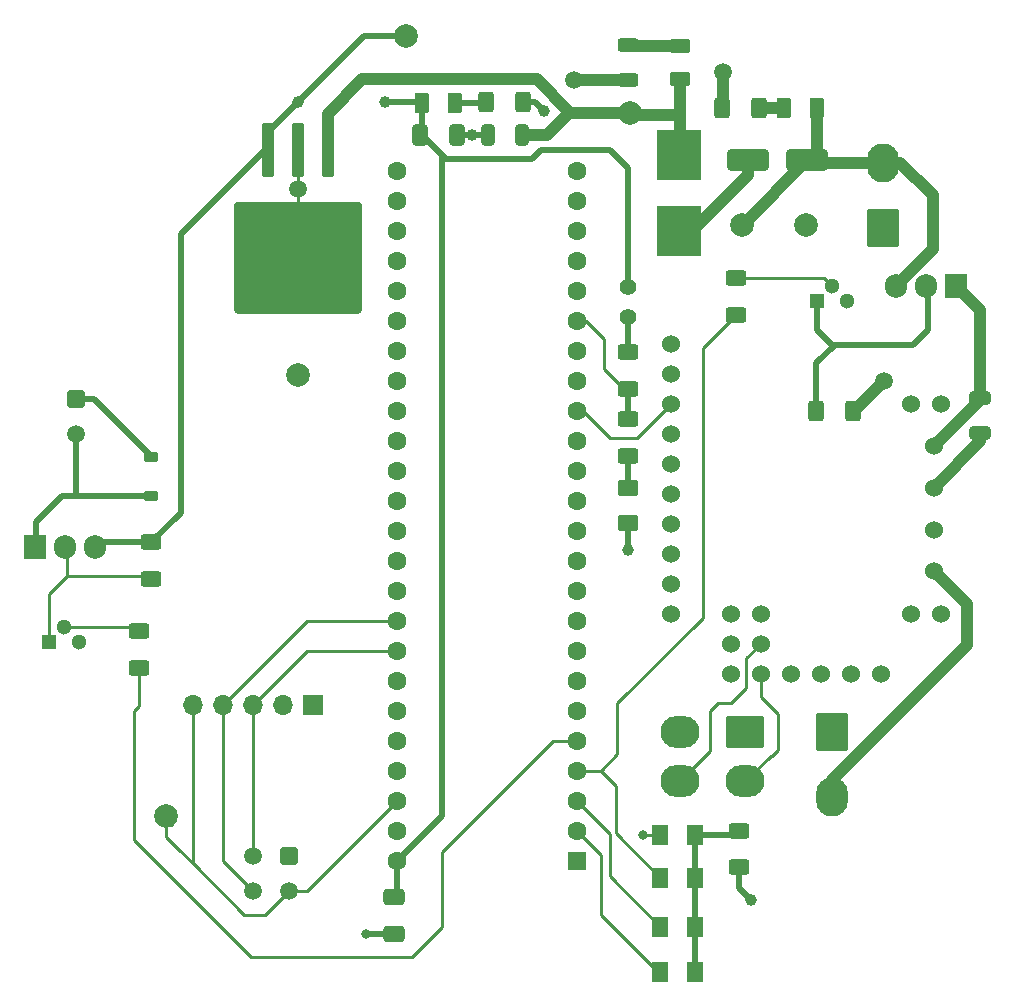
<source format=gbr>
%TF.GenerationSoftware,KiCad,Pcbnew,7.0.6*%
%TF.CreationDate,2024-04-16T16:57:35+10:00*%
%TF.ProjectId,Rocketry_Payload_Main_DDR_Spec_V2,526f636b-6574-4727-995f-5061796c6f61,rev?*%
%TF.SameCoordinates,Original*%
%TF.FileFunction,Copper,L1,Top*%
%TF.FilePolarity,Positive*%
%FSLAX46Y46*%
G04 Gerber Fmt 4.6, Leading zero omitted, Abs format (unit mm)*
G04 Created by KiCad (PCBNEW 7.0.6) date 2024-04-16 16:57:35*
%MOMM*%
%LPD*%
G01*
G04 APERTURE LIST*
G04 Aperture macros list*
%AMRoundRect*
0 Rectangle with rounded corners*
0 $1 Rounding radius*
0 $2 $3 $4 $5 $6 $7 $8 $9 X,Y pos of 4 corners*
0 Add a 4 corners polygon primitive as box body*
4,1,4,$2,$3,$4,$5,$6,$7,$8,$9,$2,$3,0*
0 Add four circle primitives for the rounded corners*
1,1,$1+$1,$2,$3*
1,1,$1+$1,$4,$5*
1,1,$1+$1,$6,$7*
1,1,$1+$1,$8,$9*
0 Add four rect primitives between the rounded corners*
20,1,$1+$1,$2,$3,$4,$5,0*
20,1,$1+$1,$4,$5,$6,$7,0*
20,1,$1+$1,$6,$7,$8,$9,0*
20,1,$1+$1,$8,$9,$2,$3,0*%
G04 Aperture macros list end*
%TA.AperFunction,ComponentPad*%
%ADD10C,2.000000*%
%TD*%
%TA.AperFunction,SMDPad,CuDef*%
%ADD11RoundRect,0.250000X0.625000X-0.400000X0.625000X0.400000X-0.625000X0.400000X-0.625000X-0.400000X0*%
%TD*%
%TA.AperFunction,SMDPad,CuDef*%
%ADD12RoundRect,0.250000X-0.625000X0.400000X-0.625000X-0.400000X0.625000X-0.400000X0.625000X0.400000X0*%
%TD*%
%TA.AperFunction,SMDPad,CuDef*%
%ADD13RoundRect,0.250001X0.462499X0.624999X-0.462499X0.624999X-0.462499X-0.624999X0.462499X-0.624999X0*%
%TD*%
%TA.AperFunction,SMDPad,CuDef*%
%ADD14RoundRect,0.250000X-0.412500X-0.650000X0.412500X-0.650000X0.412500X0.650000X-0.412500X0.650000X0*%
%TD*%
%TA.AperFunction,ComponentPad*%
%ADD15RoundRect,0.250001X-1.399999X1.099999X-1.399999X-1.099999X1.399999X-1.099999X1.399999X1.099999X0*%
%TD*%
%TA.AperFunction,ComponentPad*%
%ADD16O,3.300000X2.700000*%
%TD*%
%TA.AperFunction,ComponentPad*%
%ADD17RoundRect,0.250001X-0.499999X-0.499999X0.499999X-0.499999X0.499999X0.499999X-0.499999X0.499999X0*%
%TD*%
%TA.AperFunction,ComponentPad*%
%ADD18C,1.500000*%
%TD*%
%TA.AperFunction,SMDPad,CuDef*%
%ADD19RoundRect,0.250000X0.400000X0.625000X-0.400000X0.625000X-0.400000X-0.625000X0.400000X-0.625000X0*%
%TD*%
%TA.AperFunction,ComponentPad*%
%ADD20C,1.400000*%
%TD*%
%TA.AperFunction,SMDPad,CuDef*%
%ADD21RoundRect,0.250000X-0.300000X2.050000X-0.300000X-2.050000X0.300000X-2.050000X0.300000X2.050000X0*%
%TD*%
%TA.AperFunction,SMDPad,CuDef*%
%ADD22RoundRect,0.250000X-2.375000X2.025000X-2.375000X-2.025000X2.375000X-2.025000X2.375000X2.025000X0*%
%TD*%
%TA.AperFunction,SMDPad,CuDef*%
%ADD23RoundRect,0.250002X-5.149998X4.449998X-5.149998X-4.449998X5.149998X-4.449998X5.149998X4.449998X0*%
%TD*%
%TA.AperFunction,SMDPad,CuDef*%
%ADD24RoundRect,0.250000X-0.400000X-0.625000X0.400000X-0.625000X0.400000X0.625000X-0.400000X0.625000X0*%
%TD*%
%TA.AperFunction,ComponentPad*%
%ADD25RoundRect,0.250001X-0.499999X0.499999X-0.499999X-0.499999X0.499999X-0.499999X0.499999X0.499999X0*%
%TD*%
%TA.AperFunction,SMDPad,CuDef*%
%ADD26RoundRect,0.250000X0.375000X0.625000X-0.375000X0.625000X-0.375000X-0.625000X0.375000X-0.625000X0*%
%TD*%
%TA.AperFunction,SMDPad,CuDef*%
%ADD27RoundRect,0.250000X-0.625000X0.312500X-0.625000X-0.312500X0.625000X-0.312500X0.625000X0.312500X0*%
%TD*%
%TA.AperFunction,SMDPad,CuDef*%
%ADD28RoundRect,0.250000X-0.650000X0.412500X-0.650000X-0.412500X0.650000X-0.412500X0.650000X0.412500X0*%
%TD*%
%TA.AperFunction,ComponentPad*%
%ADD29R,1.300000X1.300000*%
%TD*%
%TA.AperFunction,ComponentPad*%
%ADD30C,1.300000*%
%TD*%
%TA.AperFunction,ComponentPad*%
%ADD31R,1.600000X1.600000*%
%TD*%
%TA.AperFunction,ComponentPad*%
%ADD32C,1.600000*%
%TD*%
%TA.AperFunction,ComponentPad*%
%ADD33RoundRect,0.250001X1.099999X1.399999X-1.099999X1.399999X-1.099999X-1.399999X1.099999X-1.399999X0*%
%TD*%
%TA.AperFunction,ComponentPad*%
%ADD34O,2.700000X3.300000*%
%TD*%
%TA.AperFunction,SMDPad,CuDef*%
%ADD35RoundRect,0.250001X0.624999X-0.462499X0.624999X0.462499X-0.624999X0.462499X-0.624999X-0.462499X0*%
%TD*%
%TA.AperFunction,SMDPad,CuDef*%
%ADD36RoundRect,0.250000X0.325000X0.650000X-0.325000X0.650000X-0.325000X-0.650000X0.325000X-0.650000X0*%
%TD*%
%TA.AperFunction,ComponentPad*%
%ADD37RoundRect,0.250001X-1.099999X-1.399999X1.099999X-1.399999X1.099999X1.399999X-1.099999X1.399999X0*%
%TD*%
%TA.AperFunction,SMDPad,CuDef*%
%ADD38RoundRect,0.250000X-1.500000X-0.650000X1.500000X-0.650000X1.500000X0.650000X-1.500000X0.650000X0*%
%TD*%
%TA.AperFunction,SMDPad,CuDef*%
%ADD39RoundRect,0.250000X-0.650000X0.325000X-0.650000X-0.325000X0.650000X-0.325000X0.650000X0.325000X0*%
%TD*%
%TA.AperFunction,ComponentPad*%
%ADD40R,1.905000X2.000000*%
%TD*%
%TA.AperFunction,ComponentPad*%
%ADD41O,1.905000X2.000000*%
%TD*%
%TA.AperFunction,SMDPad,CuDef*%
%ADD42RoundRect,0.225000X0.375000X-0.225000X0.375000X0.225000X-0.375000X0.225000X-0.375000X-0.225000X0*%
%TD*%
%TA.AperFunction,ComponentPad*%
%ADD43R,1.700000X1.700000*%
%TD*%
%TA.AperFunction,ComponentPad*%
%ADD44O,1.700000X1.700000*%
%TD*%
%TA.AperFunction,SMDPad,CuDef*%
%ADD45RoundRect,0.250000X-0.625000X0.375000X-0.625000X-0.375000X0.625000X-0.375000X0.625000X0.375000X0*%
%TD*%
%TA.AperFunction,ComponentPad*%
%ADD46C,1.524000*%
%TD*%
%TA.AperFunction,SMDPad,CuDef*%
%ADD47RoundRect,0.250000X-0.375000X-0.625000X0.375000X-0.625000X0.375000X0.625000X-0.375000X0.625000X0*%
%TD*%
%TA.AperFunction,SMDPad,CuDef*%
%ADD48R,3.810000X4.240000*%
%TD*%
%TA.AperFunction,ViaPad*%
%ADD49C,1.000000*%
%TD*%
%TA.AperFunction,ViaPad*%
%ADD50C,1.500000*%
%TD*%
%TA.AperFunction,ViaPad*%
%ADD51C,0.800000*%
%TD*%
%TA.AperFunction,Conductor*%
%ADD52C,0.500000*%
%TD*%
%TA.AperFunction,Conductor*%
%ADD53C,0.250000*%
%TD*%
%TA.AperFunction,Conductor*%
%ADD54C,1.000000*%
%TD*%
%TA.AperFunction,Conductor*%
%ADD55C,0.100000*%
%TD*%
G04 APERTURE END LIST*
D10*
%TO.P,TP3,1,1*%
%TO.N,N/C*%
X172593000Y-69596000D03*
%TD*%
D11*
%TO.P,R10,1*%
%TO.N,/3*%
X116078000Y-107087000D03*
%TO.P,R10,2*%
%TO.N,Net-(Q6-B)*%
X116078000Y-103987000D03*
%TD*%
D12*
%TO.P,R9,1*%
%TO.N,Net-(Q4-B)*%
X166624000Y-74142000D03*
%TO.P,R9,2*%
%TO.N,/2*%
X166624000Y-77242000D03*
%TD*%
D13*
%TO.P,D1,1,K*%
%TO.N,Net-(D1-K)*%
X163195000Y-132842000D03*
%TO.P,D1,2,A*%
%TO.N,/0*%
X160220000Y-132842000D03*
%TD*%
D10*
%TO.P,TP4,1,1*%
%TO.N,12V_RAW*%
X167132000Y-69596000D03*
%TD*%
%TO.P,TP3,1,1*%
%TO.N,GND*%
X129540000Y-82296000D03*
%TD*%
%TO.P,TP2,1,1*%
%TO.N,/3.3V*%
X118364000Y-119634000D03*
%TD*%
D14*
%TO.P,C3,1*%
%TO.N,5V*%
X139915500Y-61976000D03*
%TO.P,C3,2*%
%TO.N,GND*%
X143040500Y-61976000D03*
%TD*%
D15*
%TO.P,J2,1,1*%
%TO.N,Net-(J2-Pad1)*%
X167386000Y-112522000D03*
D16*
%TO.P,J2,2,2*%
%TO.N,Net-(U5-FBA)*%
X167386000Y-116722000D03*
%TO.P,J2,3,3*%
%TO.N,unconnected-(J2-Pad3)*%
X161886000Y-112522000D03*
%TO.P,J2,4,4*%
%TO.N,Net-(U5-AUX)*%
X161886000Y-116722000D03*
%TD*%
D10*
%TO.P,TP6,1,1*%
%TO.N,5V*%
X138684000Y-53594000D03*
%TD*%
D17*
%TO.P,J1,1,Pin_1*%
%TO.N,GND*%
X110744000Y-84328000D03*
D18*
%TO.P,J1,2,Pin_2*%
%TO.N,Valve*%
X110744000Y-87328000D03*
%TD*%
D19*
%TO.P,R1,1*%
%TO.N,Net-(D7-K)*%
X168555000Y-59690000D03*
%TO.P,R1,2*%
%TO.N,GND*%
X165455000Y-59690000D03*
%TD*%
D13*
%TO.P,D2,1,K*%
%TO.N,Net-(D1-K)*%
X163195000Y-129032000D03*
%TO.P,D2,2,A*%
%TO.N,/1*%
X160220000Y-129032000D03*
%TD*%
D20*
%TO.P,SJ2,1,1*%
%TO.N,Net-(R4-Pad1)*%
X157480000Y-77450000D03*
%TO.P,SJ2,2,2*%
%TO.N,5V*%
X157480000Y-74910000D03*
%TD*%
D21*
%TO.P,U7,1,VI*%
%TO.N,12V_PROT*%
X132080000Y-63240000D03*
%TO.P,U7,2,GND*%
%TO.N,GND*%
X129540000Y-63240000D03*
D22*
X132315000Y-69965000D03*
X126765000Y-69965000D03*
D23*
X129540000Y-72390000D03*
D22*
X132315000Y-74815000D03*
X126765000Y-74815000D03*
D21*
%TO.P,U7,3,VO*%
%TO.N,5V*%
X127000000Y-63240000D03*
%TD*%
D24*
%TO.P,R3,1*%
%TO.N,Net-(D10-K)*%
X145490600Y-59182000D03*
%TO.P,R3,2*%
%TO.N,GND*%
X148590600Y-59182000D03*
%TD*%
%TO.P,R8,1*%
%TO.N,Net-(Q1-G)*%
X173430000Y-85344000D03*
%TO.P,R8,2*%
%TO.N,12V_RAW*%
X176530000Y-85344000D03*
%TD*%
D11*
%TO.P,R7,1*%
%TO.N,Net-(Q2-G)*%
X117094000Y-99594000D03*
%TO.P,R7,2*%
%TO.N,5V*%
X117094000Y-96494000D03*
%TD*%
D25*
%TO.P,U4,1,GND*%
%TO.N,GND*%
X128778000Y-123015000D03*
D18*
%TO.P,U4,2,Vin_2-6V*%
%TO.N,/3.3V*%
X128778000Y-126015000D03*
%TO.P,U4,3,SCL*%
%TO.N,/SCK{slash}SCL*%
X125778000Y-123015000D03*
%TO.P,U4,4,SDA*%
%TO.N,/SDI{slash}SDA*%
X125778000Y-126015000D03*
%TD*%
D12*
%TO.P,R5,1*%
%TO.N,/Test_Pin*%
X157480000Y-86080000D03*
%TO.P,R5,2*%
%TO.N,Net-(D6-A)*%
X157480000Y-89180000D03*
%TD*%
D26*
%TO.P,D10,1,K*%
%TO.N,Net-(D10-K)*%
X142827200Y-59283600D03*
%TO.P,D10,2,A*%
%TO.N,5V*%
X140027200Y-59283600D03*
%TD*%
D27*
%TO.P,R2,1*%
%TO.N,Net-(D9-K)*%
X157480000Y-54417500D03*
%TO.P,R2,2*%
%TO.N,GND*%
X157480000Y-57342500D03*
%TD*%
D28*
%TO.P,C1,1*%
%TO.N,5V*%
X137668000Y-126492000D03*
%TO.P,C1,2*%
%TO.N,GND*%
X137668000Y-129617000D03*
%TD*%
D29*
%TO.P,Q4,1,C*%
%TO.N,Net-(Q1-G)*%
X173482000Y-76052000D03*
D30*
%TO.P,Q4,2,B*%
%TO.N,Net-(Q4-B)*%
X174752000Y-74782000D03*
%TO.P,Q4,3,E*%
%TO.N,GND*%
X176022000Y-76052000D03*
%TD*%
D31*
%TO.P,U2,1,GND*%
%TO.N,GND*%
X153162000Y-123444000D03*
D32*
%TO.P,U2,2,0_RX1_CRX2_CS1*%
%TO.N,/0*%
X153162000Y-120904000D03*
%TO.P,U2,3,1_TX1_CTX2_MISO1*%
%TO.N,/1*%
X153162000Y-118364000D03*
%TO.P,U2,4,2_OUT2*%
%TO.N,/2*%
X153162000Y-115824000D03*
%TO.P,U2,5,3_LRCLK2*%
%TO.N,/3*%
X153162000Y-113284000D03*
%TO.P,U2,6,4_BCLK2*%
%TO.N,unconnected-(U2-4_BCLK2-Pad6)*%
X153162000Y-110744000D03*
%TO.P,U2,7,5_IN2*%
%TO.N,unconnected-(U2-5_IN2-Pad7)*%
X153162000Y-108204000D03*
%TO.P,U2,8,6_OUT1D*%
%TO.N,unconnected-(U2-6_OUT1D-Pad8)*%
X153162000Y-105664000D03*
%TO.P,U2,9,7_RX2_OUT1A*%
%TO.N,unconnected-(U2-7_RX2_OUT1A-Pad9)*%
X153162000Y-103124000D03*
%TO.P,U2,10,8_TX2_IN1*%
%TO.N,unconnected-(U2-8_TX2_IN1-Pad10)*%
X153162000Y-100584000D03*
%TO.P,U2,11,9_OUT1C*%
%TO.N,unconnected-(U2-9_OUT1C-Pad11)*%
X153162000Y-98044000D03*
%TO.P,U2,12,10_CS_MQSR*%
%TO.N,unconnected-(U2-10_CS_MQSR-Pad12)*%
X153162000Y-95504000D03*
%TO.P,U2,13,11_MOSI_CTX1*%
%TO.N,unconnected-(U2-11_MOSI_CTX1-Pad13)*%
X153162000Y-92964000D03*
%TO.P,U2,14,12_MISO_MQSL*%
%TO.N,unconnected-(U2-12_MISO_MQSL-Pad14)*%
X153162000Y-90424000D03*
%TO.P,U2,15,3V3*%
%TO.N,unconnected-(U2-3V3-Pad15)*%
X153162000Y-87884000D03*
%TO.P,U2,16,24_A10_TX6_SCL2*%
%TO.N,/SCL2*%
X153162000Y-85344000D03*
%TO.P,U2,17,25_A11_RX6_SDA2*%
%TO.N,/SDA2*%
X153162000Y-82804000D03*
%TO.P,U2,18,26_A12_MOSI1*%
%TO.N,unconnected-(U2-26_A12_MOSI1-Pad18)*%
X153162000Y-80264000D03*
%TO.P,U2,19,27_A13_SCK1*%
%TO.N,/Test_Pin*%
X153162000Y-77724000D03*
%TO.P,U2,20,28_RX7*%
%TO.N,unconnected-(U2-28_RX7-Pad20)*%
X153162000Y-75184000D03*
%TO.P,U2,21,29_TX7*%
%TO.N,unconnected-(U2-29_TX7-Pad21)*%
X153162000Y-72644000D03*
%TO.P,U2,22,30_CRX3*%
%TO.N,unconnected-(U2-30_CRX3-Pad22)*%
X153162000Y-70104000D03*
%TO.P,U2,23,31_CTX3*%
%TO.N,unconnected-(U2-31_CTX3-Pad23)*%
X153162000Y-67564000D03*
%TO.P,U2,24,32_OUT1B*%
%TO.N,unconnected-(U2-32_OUT1B-Pad24)*%
X153162000Y-65024000D03*
%TO.P,U2,25,33_MCLK2*%
%TO.N,unconnected-(U2-33_MCLK2-Pad25)*%
X137922000Y-65024000D03*
%TO.P,U2,26,34_RX8*%
%TO.N,unconnected-(U2-34_RX8-Pad26)*%
X137922000Y-67564000D03*
%TO.P,U2,27,35_TX8*%
%TO.N,unconnected-(U2-35_TX8-Pad27)*%
X137922000Y-70104000D03*
%TO.P,U2,28,36_CS*%
%TO.N,unconnected-(U2-36_CS-Pad28)*%
X137922000Y-72644000D03*
%TO.P,U2,29,37_CS*%
%TO.N,unconnected-(U2-37_CS-Pad29)*%
X137922000Y-75184000D03*
%TO.P,U2,30,38_CS1_IN1*%
%TO.N,unconnected-(U2-38_CS1_IN1-Pad30)*%
X137922000Y-77724000D03*
%TO.P,U2,31,39_MISO1_OUT1A*%
%TO.N,unconnected-(U2-39_MISO1_OUT1A-Pad31)*%
X137922000Y-80264000D03*
%TO.P,U2,32,40_A16*%
%TO.N,unconnected-(U2-40_A16-Pad32)*%
X137922000Y-82804000D03*
%TO.P,U2,33,41_A17*%
%TO.N,unconnected-(U2-41_A17-Pad33)*%
X137922000Y-85344000D03*
%TO.P,U2,34,GND*%
%TO.N,GND*%
X137922000Y-87884000D03*
%TO.P,U2,35,13_SCK_LED*%
%TO.N,unconnected-(U2-13_SCK_LED-Pad35)*%
X137922000Y-90424000D03*
%TO.P,U2,36,14_A0_TX3_SPDIF_OUT*%
%TO.N,unconnected-(U2-14_A0_TX3_SPDIF_OUT-Pad36)*%
X137922000Y-92964000D03*
%TO.P,U2,37,15_A1_RX3_SPDIF_IN*%
%TO.N,unconnected-(U2-15_A1_RX3_SPDIF_IN-Pad37)*%
X137922000Y-95504000D03*
%TO.P,U2,38,16_A2_RX4_SCL1*%
%TO.N,unconnected-(U2-16_A2_RX4_SCL1-Pad38)*%
X137922000Y-98044000D03*
%TO.P,U2,39,17_A3_TX4_SDA1*%
%TO.N,unconnected-(U2-17_A3_TX4_SDA1-Pad39)*%
X137922000Y-100584000D03*
%TO.P,U2,40,18_A4_SDA*%
%TO.N,/SDI{slash}SDA*%
X137922000Y-103124000D03*
%TO.P,U2,41,19_A5_SCL*%
%TO.N,/SCK{slash}SCL*%
X137922000Y-105664000D03*
%TO.P,U2,42,20_A6_TX5_LRCLK1*%
%TO.N,unconnected-(U2-20_A6_TX5_LRCLK1-Pad42)*%
X137922000Y-108204000D03*
%TO.P,U2,43,21_A7_RX5_BCLK1*%
%TO.N,unconnected-(U2-21_A7_RX5_BCLK1-Pad43)*%
X137922000Y-110744000D03*
%TO.P,U2,44,22_A8_CTX1*%
%TO.N,unconnected-(U2-22_A8_CTX1-Pad44)*%
X137922000Y-113284000D03*
%TO.P,U2,45,23_A9_CRX1_MCLK1*%
%TO.N,unconnected-(U2-23_A9_CRX1_MCLK1-Pad45)*%
X137922000Y-115824000D03*
%TO.P,U2,46,3V3*%
%TO.N,/3.3V*%
X137922000Y-118364000D03*
%TO.P,U2,47,GND*%
%TO.N,GND*%
X137922000Y-120904000D03*
%TO.P,U2,48,VIN*%
%TO.N,5V*%
X137922000Y-123444000D03*
%TD*%
D12*
%TO.P,R4,1*%
%TO.N,Net-(R4-Pad1)*%
X157480000Y-80365000D03*
%TO.P,R4,2*%
%TO.N,/Test_Pin*%
X157480000Y-83465000D03*
%TD*%
D33*
%TO.P,COMMISIONING_PWR1,1,Pin_1*%
%TO.N,GND*%
X179070000Y-69850000D03*
D34*
%TO.P,COMMISIONING_PWR1,2,Pin_2*%
%TO.N,12V_RAW*%
X179070000Y-64350000D03*
%TD*%
D35*
%TO.P,D6,1,K*%
%TO.N,GND*%
X157480000Y-94832500D03*
%TO.P,D6,2,A*%
%TO.N,Net-(D6-A)*%
X157480000Y-91857500D03*
%TD*%
D36*
%TO.P,C2,1*%
%TO.N,12V_PROT*%
X148541000Y-61976000D03*
%TO.P,C2,2*%
%TO.N,GND*%
X145591000Y-61976000D03*
%TD*%
D13*
%TO.P,D3,1,K*%
%TO.N,Net-(D1-K)*%
X163195000Y-124880000D03*
%TO.P,D3,2,A*%
%TO.N,/2*%
X160220000Y-124880000D03*
%TD*%
D37*
%TO.P,J3,1,Pin_1*%
%TO.N,Net-(J3-Pin_1)*%
X174752000Y-112522000D03*
D34*
%TO.P,J3,2,Pin_2*%
%TO.N,Net-(J3-Pin_2)*%
X174752000Y-118022000D03*
%TD*%
D38*
%TO.P,D8,1,K*%
%TO.N,Net-(D8-K)*%
X167680000Y-64135000D03*
%TO.P,D8,2,A*%
%TO.N,12V_RAW*%
X172680000Y-64135000D03*
%TD*%
D12*
%TO.P,R6,1*%
%TO.N,Net-(D1-K)*%
X166878000Y-120904000D03*
%TO.P,R6,2*%
%TO.N,GND*%
X166878000Y-124004000D03*
%TD*%
D10*
%TO.P,TP5,1,1*%
%TO.N,12V_PROT*%
X157632400Y-60096400D03*
%TD*%
D13*
%TO.P,D4,1,K*%
%TO.N,Net-(D1-K)*%
X163195000Y-121285000D03*
%TO.P,D4,2,A*%
%TO.N,/3*%
X160220000Y-121285000D03*
%TD*%
D39*
%TO.P,C4,1*%
%TO.N,Motor*%
X187325000Y-84275400D03*
%TO.P,C4,2*%
%TO.N,GND*%
X187325000Y-87225400D03*
%TD*%
D40*
%TO.P,Q1,1,D*%
%TO.N,Motor*%
X185293000Y-74803000D03*
D41*
%TO.P,Q1,2,G*%
%TO.N,Net-(Q1-G)*%
X182753000Y-74803000D03*
%TO.P,Q1,3,S*%
%TO.N,12V_RAW*%
X180213000Y-74803000D03*
%TD*%
D42*
%TO.P,D5,1,K*%
%TO.N,Valve*%
X117094000Y-92582000D03*
%TO.P,D5,2,A*%
%TO.N,GND*%
X117094000Y-89282000D03*
%TD*%
D43*
%TO.P,U6,1,GND*%
%TO.N,GND*%
X130810000Y-110236000D03*
D44*
%TO.P,U6,2,Cross*%
%TO.N,unconnected-(U6-Cross-Pad2)*%
X128270000Y-110236000D03*
%TO.P,U6,3,SCL*%
%TO.N,/SCK{slash}SCL*%
X125730000Y-110236000D03*
%TO.P,U6,4,SDA*%
%TO.N,/SDI{slash}SDA*%
X123190000Y-110236000D03*
%TO.P,U6,5,Vin_2-6V*%
%TO.N,/3.3V*%
X120650000Y-110236000D03*
%TD*%
D29*
%TO.P,Q6,1,C*%
%TO.N,Net-(Q2-G)*%
X108458000Y-104902000D03*
D30*
%TO.P,Q6,2,B*%
%TO.N,Net-(Q6-B)*%
X109728000Y-103632000D03*
%TO.P,Q6,3,E*%
%TO.N,GND*%
X110998000Y-104902000D03*
%TD*%
D45*
%TO.P,D9,1,K*%
%TO.N,Net-(D9-K)*%
X161925000Y-54480000D03*
%TO.P,D9,2,A*%
%TO.N,12V_PROT*%
X161925000Y-57280000D03*
%TD*%
D46*
%TO.P,U5,1,ERR*%
%TO.N,unconnected-(U5-ERR-Pad1)*%
X161116000Y-79656000D03*
%TO.P,U5,2,RST*%
%TO.N,unconnected-(U5-RST-Pad2)*%
X161136000Y-82196000D03*
%TO.P,U5,3,SCL*%
%TO.N,/SCL2*%
X161136000Y-84736000D03*
%TO.P,U5,4,SDA/AN*%
%TO.N,/SDA2*%
X161136000Y-87276000D03*
%TO.P,U5,5,GND*%
%TO.N,GND*%
X161136000Y-89816000D03*
%TO.P,U5,6,TX*%
%TO.N,unconnected-(U5-TX-Pad6)*%
X161136000Y-92356000D03*
%TO.P,U5,7,RX*%
%TO.N,unconnected-(U5-RX-Pad7)*%
X161136000Y-94896000D03*
%TO.P,U5,8,RC*%
%TO.N,unconnected-(U5-RC-Pad8)*%
X161136000Y-97436000D03*
%TO.P,U5,9,5V*%
%TO.N,unconnected-(U5-5V-Pad9)*%
X161136000Y-99976000D03*
%TO.P,U5,10,GND*%
%TO.N,GND*%
X161136000Y-102516000D03*
%TO.P,U5,11,GND*%
%TO.N,Net-(J2-Pad1)*%
X168756000Y-102516000D03*
%TO.P,U5,12,POT*%
%TO.N,unconnected-(U5-POT-Pad12)*%
X166216000Y-107596000D03*
%TO.P,U5,13,GND_DNU*%
%TO.N,unconnected-(U5-GND_DNU-Pad13)*%
X171296000Y-107596000D03*
%TO.P,U5,14,VM_DNU*%
%TO.N,unconnected-(U5-VM_DNU-Pad14)*%
X173836000Y-107596000D03*
%TO.P,U5,15,GND_DNU*%
%TO.N,unconnected-(U5-GND_DNU-Pad15)*%
X176376000Y-107596000D03*
%TO.P,U5,16*%
%TO.N,N/C*%
X178916000Y-107596000D03*
%TO.P,U5,17,5V*%
%TO.N,unconnected-(U5-5V-Pad17)*%
X166216000Y-105056000D03*
%TO.P,U5,18,AUX*%
%TO.N,Net-(U5-AUX)*%
X168756000Y-105056000D03*
%TO.P,U5,19,FBT*%
%TO.N,unconnected-(U5-FBT-Pad19)*%
X166216000Y-102516000D03*
%TO.P,U5,20,FBA*%
%TO.N,Net-(U5-FBA)*%
X168756000Y-107596000D03*
%TO.P,U5,21*%
%TO.N,N/C*%
X183996000Y-102516000D03*
%TO.P,U5,22*%
X181456000Y-102516000D03*
%TO.P,U5,23*%
X183996000Y-84736000D03*
%TO.P,U5,24*%
X181456000Y-84736000D03*
%TO.P,U5,25,VIN*%
%TO.N,Motor*%
X183361000Y-88368200D03*
%TO.P,U5,26,GND*%
%TO.N,GND*%
X183361000Y-91873400D03*
%TO.P,U5,27,OUTA*%
%TO.N,Net-(J3-Pin_1)*%
X183361000Y-95404000D03*
%TO.P,U5,28,OUTB*%
%TO.N,Net-(J3-Pin_2)*%
X183361000Y-98883800D03*
%TD*%
D47*
%TO.P,D7,1,K*%
%TO.N,Net-(D7-K)*%
X170685000Y-59690000D03*
%TO.P,D7,2,A*%
%TO.N,12V_RAW*%
X173485000Y-59690000D03*
%TD*%
D48*
%TO.P,F1,1*%
%TO.N,Net-(D8-K)*%
X161772600Y-70098600D03*
%TO.P,F1,2*%
%TO.N,12V_PROT*%
X161772600Y-63728600D03*
%TD*%
D40*
%TO.P,Q2,1,D*%
%TO.N,Valve*%
X107315000Y-96901000D03*
D41*
%TO.P,Q2,2,G*%
%TO.N,Net-(Q2-G)*%
X109855000Y-96901000D03*
%TO.P,Q2,3,S*%
%TO.N,5V*%
X112395000Y-96901000D03*
%TD*%
D49*
%TO.N,GND*%
X157480000Y-97155000D03*
D50*
X129540000Y-66548000D03*
D49*
X150368000Y-59944000D03*
X144272000Y-61976000D03*
X167894000Y-126746000D03*
D51*
X135305000Y-129617000D03*
D50*
X165542500Y-56707500D03*
X152882600Y-57327800D03*
D49*
%TO.N,5V*%
X129540000Y-59182000D03*
X136906000Y-59182000D03*
D50*
%TO.N,12V_RAW*%
X179197000Y-82804000D03*
D51*
%TO.N,/3*%
X158750000Y-121285000D03*
%TD*%
D52*
%TO.N,5V*%
X141732000Y-63754000D02*
X141732000Y-119634000D01*
X141756500Y-63729500D02*
X141732000Y-63754000D01*
X141732000Y-119634000D02*
X137922000Y-123444000D01*
D53*
%TO.N,/2*%
X163830000Y-80036000D02*
X166624000Y-77242000D01*
X163830000Y-102870000D02*
X163830000Y-80036000D01*
X156591000Y-110109000D02*
X163830000Y-102870000D01*
X156591000Y-114427000D02*
X156591000Y-110109000D01*
X155194000Y-115824000D02*
X156591000Y-114427000D01*
%TO.N,Net-(Q4-B)*%
X174112000Y-74142000D02*
X166624000Y-74142000D01*
X174752000Y-74782000D02*
X174112000Y-74142000D01*
%TO.N,Net-(Q6-B)*%
X115723000Y-103632000D02*
X116078000Y-103987000D01*
X109728000Y-103632000D02*
X115723000Y-103632000D01*
%TO.N,/3*%
X116078000Y-110363000D02*
X116078000Y-107087000D01*
X115697000Y-110744000D02*
X116078000Y-110363000D01*
X141732000Y-129032000D02*
X139192000Y-131572000D01*
X141732000Y-122682000D02*
X141732000Y-129032000D01*
X139192000Y-131572000D02*
X125603000Y-131572000D01*
X125603000Y-131572000D02*
X115697000Y-121666000D01*
X115697000Y-121666000D02*
X115697000Y-110744000D01*
X151130000Y-113284000D02*
X141732000Y-122682000D01*
X153162000Y-113284000D02*
X151130000Y-113284000D01*
%TO.N,/3.3V*%
X119380000Y-122428000D02*
X118364000Y-121412000D01*
X118364000Y-121412000D02*
X118364000Y-119634000D01*
X120713500Y-123761500D02*
X119380000Y-122428000D01*
X126746000Y-128016000D02*
X124968000Y-128016000D01*
X130271000Y-126015000D02*
X137922000Y-118364000D01*
X124968000Y-128016000D02*
X120713500Y-123761500D01*
X118110000Y-119634000D02*
X118872000Y-120396000D01*
X120650000Y-122174000D02*
X120650000Y-110236000D01*
X120650000Y-123698000D02*
X120650000Y-122174000D01*
X118872000Y-120396000D02*
X118618000Y-120142000D01*
X120713500Y-123761500D02*
X120650000Y-123698000D01*
X128778000Y-126015000D02*
X130271000Y-126015000D01*
X126746000Y-128016000D02*
X126777000Y-128016000D01*
X126777000Y-128016000D02*
X128778000Y-126015000D01*
D52*
%TO.N,GND*%
X149606000Y-59182000D02*
X150368000Y-59944000D01*
D53*
X129540000Y-66548000D02*
X129540000Y-72390000D01*
D52*
X166878000Y-124004000D02*
X166878000Y-125730000D01*
D54*
X165542500Y-56707500D02*
X165542500Y-59690000D01*
X187325000Y-87909400D02*
X183361000Y-91873400D01*
D52*
X137668000Y-129617000D02*
X135305000Y-129617000D01*
X142953000Y-61976000D02*
X144272000Y-61976000D01*
D54*
X152897300Y-57342500D02*
X152882600Y-57327800D01*
D52*
X166878000Y-125730000D02*
X167894000Y-126746000D01*
X157480000Y-94832500D02*
X157480000Y-97155000D01*
D53*
X129540000Y-63240000D02*
X129540000Y-66548000D01*
D55*
X117094000Y-89282000D02*
X117094000Y-89154000D01*
D54*
X157480000Y-57342500D02*
X152897300Y-57342500D01*
D52*
X112268000Y-84328000D02*
X117094000Y-89154000D01*
D54*
X187325000Y-87312900D02*
X187325000Y-87909400D01*
D52*
X148503100Y-59182000D02*
X149606000Y-59182000D01*
X110744000Y-84328000D02*
X112268000Y-84328000D01*
X144272000Y-61976000D02*
X145591000Y-61976000D01*
%TO.N,5V*%
X126752000Y-63240000D02*
X119634000Y-70358000D01*
X155956000Y-63246000D02*
X157480000Y-64770000D01*
X142035000Y-64008000D02*
X149352000Y-64008000D01*
X117120000Y-96494000D02*
X117094000Y-96494000D01*
X119634000Y-93980000D02*
X117120000Y-96494000D01*
X137922000Y-123444000D02*
X137922000Y-126238000D01*
X129540000Y-59182000D02*
X135128000Y-53594000D01*
X157480000Y-64770000D02*
X157480000Y-74910000D01*
X117094000Y-96494000D02*
X112802000Y-96494000D01*
X136906000Y-59182000D02*
X139925600Y-59182000D01*
X129540000Y-59182000D02*
X127000000Y-61722000D01*
X135128000Y-53594000D02*
X138684000Y-53594000D01*
X119634000Y-70358000D02*
X119634000Y-93980000D01*
X150114000Y-63246000D02*
X155956000Y-63246000D01*
X112802000Y-96494000D02*
X112395000Y-96901000D01*
X141756500Y-63729500D02*
X140003000Y-61976000D01*
X149352000Y-64008000D02*
X150114000Y-63246000D01*
X141756500Y-63729500D02*
X142035000Y-64008000D01*
X127000000Y-63240000D02*
X126752000Y-63240000D01*
X140027200Y-59283600D02*
X140027200Y-61951800D01*
D54*
%TO.N,12V_PROT*%
X150622000Y-61976000D02*
X148541000Y-61976000D01*
X152583000Y-60096400D02*
X152501600Y-60096400D01*
X157632400Y-60096400D02*
X152583000Y-60096400D01*
X161925000Y-60325000D02*
X161925000Y-57280000D01*
X135006200Y-57271800D02*
X132080000Y-60198000D01*
X161925000Y-60325000D02*
X157861000Y-60325000D01*
X152501600Y-60096400D02*
X150622000Y-61976000D01*
X161925000Y-64760000D02*
X161925000Y-60325000D01*
X152583000Y-60096400D02*
X149758400Y-57271800D01*
X132080000Y-60198000D02*
X132080000Y-63240000D01*
X135006200Y-57271800D02*
X149758400Y-57271800D01*
%TO.N,12V_RAW*%
X180213000Y-74803000D02*
X183324500Y-71691500D01*
D53*
X173485000Y-63330000D02*
X172680000Y-64135000D01*
D54*
X173485000Y-59690000D02*
X173485000Y-63330000D01*
X179197000Y-82804000D02*
X176657000Y-85344000D01*
X183324500Y-67119500D02*
X180555000Y-64350000D01*
X180555000Y-64350000D02*
X179070000Y-64350000D01*
X179070000Y-64350000D02*
X172895000Y-64350000D01*
X176657000Y-85344000D02*
X176530000Y-85344000D01*
D53*
X167219000Y-69596000D02*
X167132000Y-69596000D01*
D54*
X183324500Y-71691500D02*
X183324500Y-67119500D01*
D53*
X172680000Y-64135000D02*
X172974000Y-64429000D01*
D54*
X172680000Y-64135000D02*
X167219000Y-69596000D01*
D52*
%TO.N,Net-(D1-K)*%
X163195000Y-129452000D02*
X163195000Y-132842000D01*
X163195000Y-124880000D02*
X163195000Y-129452000D01*
X163195000Y-124880000D02*
X163195000Y-121490000D01*
X163195000Y-121285000D02*
X166497000Y-121285000D01*
D53*
%TO.N,/0*%
X155194000Y-122936000D02*
X155194000Y-128016000D01*
X155194000Y-128016000D02*
X160020000Y-132842000D01*
X153162000Y-120904000D02*
X155194000Y-122936000D01*
%TO.N,/1*%
X155956000Y-121158000D02*
X155956000Y-124768000D01*
X153162000Y-118364000D02*
X155956000Y-121158000D01*
X155956000Y-124768000D02*
X160220000Y-129032000D01*
%TO.N,/2*%
X156464000Y-117094000D02*
X155194000Y-115824000D01*
X156464000Y-121124000D02*
X156464000Y-117094000D01*
X160220000Y-124880000D02*
X156464000Y-121124000D01*
X155194000Y-115824000D02*
X153162000Y-115824000D01*
%TO.N,/3*%
X158750000Y-121285000D02*
X160015000Y-121285000D01*
D52*
%TO.N,Net-(D6-A)*%
X157480000Y-89180000D02*
X157480000Y-91857500D01*
D54*
%TO.N,Net-(D7-K)*%
X170685000Y-59690000D02*
X168467500Y-59690000D01*
%TO.N,Net-(D8-K)*%
X167680000Y-65375000D02*
X161925000Y-71130000D01*
X167680000Y-64135000D02*
X167680000Y-65375000D01*
%TO.N,Net-(D9-K)*%
X161925000Y-54480000D02*
X157542500Y-54480000D01*
D52*
%TO.N,Net-(D10-K)*%
X142827200Y-59283600D02*
X145476500Y-59283600D01*
D53*
%TO.N,/SCK{slash}SCL*%
X125730000Y-110236000D02*
X125730000Y-122967000D01*
X125730000Y-122967000D02*
X125778000Y-123015000D01*
X130302000Y-105664000D02*
X125730000Y-110236000D01*
X137922000Y-105664000D02*
X130302000Y-105664000D01*
%TO.N,/SDI{slash}SDA*%
X137922000Y-103124000D02*
X130302000Y-103124000D01*
X123190000Y-123427000D02*
X125778000Y-126015000D01*
X123190000Y-110236000D02*
X123190000Y-123427000D01*
X130302000Y-103124000D02*
X123190000Y-110236000D01*
%TO.N,Net-(U5-FBA)*%
X167386000Y-116722000D02*
X169554000Y-114554000D01*
X170180000Y-114046000D02*
X170180000Y-110998000D01*
X169672000Y-114554000D02*
X170180000Y-114046000D01*
X170180000Y-110998000D02*
X168756000Y-109574000D01*
X168756000Y-109574000D02*
X168756000Y-107596000D01*
X169554000Y-114554000D02*
X169672000Y-114554000D01*
%TO.N,Net-(U5-AUX)*%
X166243000Y-110109000D02*
X165100000Y-110109000D01*
X167513000Y-106299000D02*
X167513000Y-108839000D01*
X167513000Y-108839000D02*
X166243000Y-110109000D01*
X164465000Y-110744000D02*
X164465000Y-114143000D01*
X168756000Y-105056000D02*
X167513000Y-106299000D01*
X165100000Y-110109000D02*
X164465000Y-110744000D01*
X164465000Y-114143000D02*
X161886000Y-116722000D01*
D54*
%TO.N,Net-(J3-Pin_2)*%
X174752000Y-116586000D02*
X186182000Y-105156000D01*
X186182000Y-101704800D02*
X183361000Y-98883800D01*
X186182000Y-105156000D02*
X186182000Y-101704800D01*
X174752000Y-116586000D02*
X174752000Y-117820000D01*
D52*
%TO.N,Net-(R4-Pad1)*%
X157480000Y-77450000D02*
X157480000Y-80365000D01*
D53*
%TO.N,/SCL2*%
X158242000Y-87630000D02*
X161136000Y-84736000D01*
X155956000Y-87630000D02*
X158242000Y-87630000D01*
X153670000Y-85344000D02*
X155956000Y-87630000D01*
%TO.N,/Test_Pin*%
X155448000Y-79248000D02*
X155448000Y-81788000D01*
D52*
X157480000Y-83465000D02*
X157480000Y-86080000D01*
D53*
X153924000Y-77724000D02*
X155448000Y-79248000D01*
X153162000Y-77724000D02*
X153924000Y-77724000D01*
X155448000Y-81788000D02*
X157125000Y-83465000D01*
D52*
%TO.N,Valve*%
X109602000Y-92582000D02*
X109601000Y-92583000D01*
X110744000Y-92582000D02*
X109602000Y-92582000D01*
X107378500Y-96837500D02*
X107315000Y-96901000D01*
X107378500Y-94805500D02*
X107378500Y-96837500D01*
X109601000Y-92583000D02*
X107378500Y-94805500D01*
X110744000Y-92582000D02*
X110744000Y-87328000D01*
X117094000Y-92582000D02*
X110744000Y-92582000D01*
%TO.N,Net-(Q1-G)*%
X182880000Y-74930000D02*
X182753000Y-74803000D01*
X174752000Y-79756000D02*
X173482000Y-78486000D01*
X175006000Y-79756000D02*
X181610000Y-79756000D01*
X182880000Y-78486000D02*
X182880000Y-74930000D01*
X181610000Y-79756000D02*
X182880000Y-78486000D01*
X173430000Y-81332000D02*
X173430000Y-85344000D01*
X175006000Y-79756000D02*
X173430000Y-81332000D01*
X173482000Y-78486000D02*
X173482000Y-76052000D01*
X175006000Y-79756000D02*
X174752000Y-79756000D01*
D54*
%TO.N,Motor*%
X187325000Y-84404200D02*
X183361000Y-88368200D01*
X187325000Y-76835000D02*
X185293000Y-74803000D01*
X187325000Y-84275400D02*
X187325000Y-76835000D01*
D53*
%TO.N,Net-(Q2-G)*%
X109982000Y-99314000D02*
X108458000Y-100838000D01*
X116814000Y-99314000D02*
X109982000Y-99314000D01*
X108458000Y-100838000D02*
X108458000Y-104902000D01*
X109982000Y-97028000D02*
X109855000Y-96901000D01*
X109982000Y-99314000D02*
X109982000Y-97028000D01*
X117094000Y-99594000D02*
X116814000Y-99314000D01*
%TD*%
M02*

</source>
